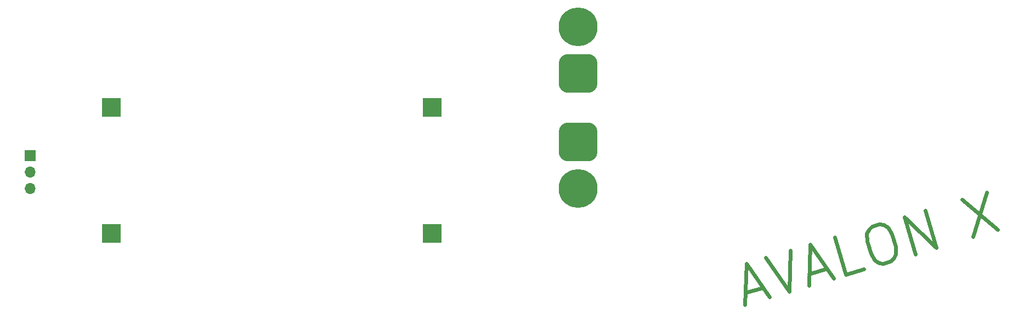
<source format=gbr>
%TF.GenerationSoftware,KiCad,Pcbnew,7.0.0*%
%TF.CreationDate,2023-03-08T15:40:00-05:00*%
%TF.ProjectId,left-side,6c656674-2d73-4696-9465-2e6b69636164,rev?*%
%TF.SameCoordinates,Original*%
%TF.FileFunction,Soldermask,Top*%
%TF.FilePolarity,Negative*%
%FSLAX46Y46*%
G04 Gerber Fmt 4.6, Leading zero omitted, Abs format (unit mm)*
G04 Created by KiCad (PCBNEW 7.0.0) date 2023-03-08 15:40:00*
%MOMM*%
%LPD*%
G01*
G04 APERTURE LIST*
G04 Aperture macros list*
%AMRoundRect*
0 Rectangle with rounded corners*
0 $1 Rounding radius*
0 $2 $3 $4 $5 $6 $7 $8 $9 X,Y pos of 4 corners*
0 Add a 4 corners polygon primitive as box body*
4,1,4,$2,$3,$4,$5,$6,$7,$8,$9,$2,$3,0*
0 Add four circle primitives for the rounded corners*
1,1,$1+$1,$2,$3*
1,1,$1+$1,$4,$5*
1,1,$1+$1,$6,$7*
1,1,$1+$1,$8,$9*
0 Add four rect primitives between the rounded corners*
20,1,$1+$1,$2,$3,$4,$5,0*
20,1,$1+$1,$4,$5,$6,$7,0*
20,1,$1+$1,$6,$7,$8,$9,0*
20,1,$1+$1,$8,$9,$2,$3,0*%
G04 Aperture macros list end*
%ADD10C,0.625000*%
%ADD11R,1.700000X1.700000*%
%ADD12O,1.700000X1.700000*%
%ADD13RoundRect,1.500000X1.500000X-1.500000X1.500000X1.500000X-1.500000X1.500000X-1.500000X-1.500000X0*%
%ADD14C,6.000000*%
%ADD15R,3.000000X3.000000*%
%ADD16RoundRect,1.500000X-1.500000X1.500000X-1.500000X-1.500000X1.500000X-1.500000X1.500000X1.500000X0*%
G04 APERTURE END LIST*
D10*
X173163270Y-146679108D02*
X175902755Y-145867635D01*
X173102256Y-148485093D02*
X173315804Y-142164144D01*
X173315804Y-142164144D02*
X176937535Y-147349032D01*
X176329237Y-141271524D02*
X179950968Y-146456412D01*
X179950968Y-146456412D02*
X180164516Y-140135463D01*
X183025415Y-143757807D02*
X185764900Y-142946335D01*
X182964402Y-145563792D02*
X183177949Y-139242843D01*
X183177949Y-139242843D02*
X186799681Y-144427731D01*
X191456805Y-143048228D02*
X188717320Y-143859700D01*
X188717320Y-143859700D02*
X187013228Y-138106782D01*
X192766147Y-136402690D02*
X193861940Y-136078101D01*
X193861940Y-136078101D02*
X194490985Y-136189755D01*
X194490985Y-136189755D02*
X195201176Y-136575357D01*
X195201176Y-136575357D02*
X195799714Y-137590004D01*
X195799714Y-137590004D02*
X196367744Y-139507644D01*
X196367744Y-139507644D02*
X196418385Y-140684585D01*
X196418385Y-140684585D02*
X196032782Y-141394776D01*
X196032782Y-141394776D02*
X195566033Y-141831019D01*
X195566033Y-141831019D02*
X194470239Y-142155608D01*
X194470239Y-142155608D02*
X193841194Y-142043954D01*
X193841194Y-142043954D02*
X193131003Y-141658352D01*
X193131003Y-141658352D02*
X192532465Y-140643705D01*
X192532465Y-140643705D02*
X191964435Y-138726066D01*
X191964435Y-138726066D02*
X191913794Y-137549124D01*
X191913794Y-137549124D02*
X192299397Y-136838933D01*
X192299397Y-136838933D02*
X192766147Y-136402690D01*
X199401311Y-140694958D02*
X197697219Y-134942040D01*
X197697219Y-134942040D02*
X202688693Y-139721191D01*
X202688693Y-139721191D02*
X200984601Y-133968273D01*
X206627940Y-132296640D02*
X212167311Y-136913497D01*
X210463219Y-131160578D02*
X208332032Y-138049558D01*
D11*
%TO.C,J3*%
X62737999Y-125475999D03*
D12*
X62737999Y-128015999D03*
X62737999Y-130555999D03*
%TD*%
D13*
%TO.C,J1*%
X147320000Y-112776000D03*
D14*
X147320000Y-105576000D03*
%TD*%
D15*
%TO.C,A1*%
X124825999Y-118011999D03*
X124825999Y-137511999D03*
X75325999Y-137511999D03*
X75325999Y-118011999D03*
%TD*%
D16*
%TO.C,J2*%
X147320000Y-123400000D03*
D14*
X147320000Y-130600000D03*
%TD*%
M02*

</source>
